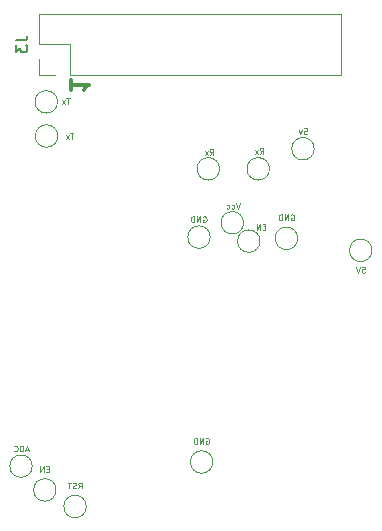
<source format=gbo>
G04 #@! TF.GenerationSoftware,KiCad,Pcbnew,(5.1.10)-1*
G04 #@! TF.CreationDate,2022-03-14T17:05:32+05:30*
G04 #@! TF.ProjectId,P-1000072_Cicada Wi-Fi,502d3130-3030-4303-9732-5f4369636164,0.1*
G04 #@! TF.SameCoordinates,PX7cee6c0PY3dfd240*
G04 #@! TF.FileFunction,Legend,Bot*
G04 #@! TF.FilePolarity,Positive*
%FSLAX46Y46*%
G04 Gerber Fmt 4.6, Leading zero omitted, Abs format (unit mm)*
G04 Created by KiCad (PCBNEW (5.1.10)-1) date 2022-03-14 17:05:32*
%MOMM*%
%LPD*%
G01*
G04 APERTURE LIST*
%ADD10C,0.300000*%
%ADD11C,0.120000*%
%ADD12C,0.125000*%
%ADD13C,0.150000*%
G04 APERTURE END LIST*
D10*
X-10000372Y-3015668D02*
X-10000372Y-3872811D01*
X-10000372Y-3444240D02*
X-8500372Y-3444240D01*
X-8714658Y-3587097D01*
X-8857515Y-3729954D01*
X-8928943Y-3872811D01*
D11*
X-11180000Y-4900000D02*
G75*
G03*
X-11180000Y-4900000I-950000J0D01*
G01*
X6770000Y-10570000D02*
G75*
G03*
X6770000Y-10570000I-950000J0D01*
G01*
X-11160000Y-7790000D02*
G75*
G03*
X-11160000Y-7790000I-950000J0D01*
G01*
X2540000Y-10570000D02*
G75*
G03*
X2540000Y-10570000I-950000J0D01*
G01*
X1747560Y-16347440D02*
G75*
G03*
X1747560Y-16347440I-950000J0D01*
G01*
X-13319720Y-35745420D02*
G75*
G03*
X-13319720Y-35745420I-950000J0D01*
G01*
X-11305500Y-37754560D02*
G75*
G03*
X-11305500Y-37754560I-950000J0D01*
G01*
X-8747720Y-39151560D02*
G75*
G03*
X-8747720Y-39151560I-950000J0D01*
G01*
X4572040Y-15138400D02*
G75*
G03*
X4572040Y-15138400I-950000J0D01*
G01*
X5958880Y-16687800D02*
G75*
G03*
X5958880Y-16687800I-950000J0D01*
G01*
X15440000Y-17470000D02*
G75*
G03*
X15440000Y-17470000I-950000J0D01*
G01*
X10550000Y-8870000D02*
G75*
G03*
X10550000Y-8870000I-950000J0D01*
G01*
X-12734600Y2574600D02*
X-12734600Y-25400D01*
X-12734600Y2574600D02*
X12785400Y2574600D01*
X12785400Y2574600D02*
X12785400Y-2625400D01*
X-10134600Y-2625400D02*
X12785400Y-2625400D01*
X-10134600Y-25400D02*
X-10134600Y-2625400D01*
X-12734600Y-25400D02*
X-10134600Y-25400D01*
X-12734600Y-2625400D02*
X-11404600Y-2625400D01*
X-12734600Y-1295400D02*
X-12734600Y-2625400D01*
X1970000Y-35390000D02*
G75*
G03*
X1970000Y-35390000I-950000J0D01*
G01*
X9154200Y-16454120D02*
G75*
G03*
X9154200Y-16454120I-950000J0D01*
G01*
D12*
X-10134762Y-4606190D02*
X-10420477Y-4606190D01*
X-10277620Y-5106190D02*
X-10277620Y-4606190D01*
X-10539524Y-5106190D02*
X-10801429Y-4772857D01*
X-10539524Y-4772857D02*
X-10801429Y-5106190D01*
X5967619Y-9286190D02*
X6134285Y-9048095D01*
X6253333Y-9286190D02*
X6253333Y-8786190D01*
X6062857Y-8786190D01*
X6015238Y-8810000D01*
X5991428Y-8833809D01*
X5967619Y-8881428D01*
X5967619Y-8952857D01*
X5991428Y-9000476D01*
X6015238Y-9024285D01*
X6062857Y-9048095D01*
X6253333Y-9048095D01*
X5800952Y-9286190D02*
X5539047Y-8952857D01*
X5800952Y-8952857D02*
X5539047Y-9286190D01*
X-9834762Y-7526190D02*
X-10120477Y-7526190D01*
X-9977620Y-8026190D02*
X-9977620Y-7526190D01*
X-10239524Y-8026190D02*
X-10501429Y-7692857D01*
X-10239524Y-7692857D02*
X-10501429Y-8026190D01*
X1697619Y-9386190D02*
X1864285Y-9148095D01*
X1983333Y-9386190D02*
X1983333Y-8886190D01*
X1792857Y-8886190D01*
X1745238Y-8910000D01*
X1721428Y-8933809D01*
X1697619Y-8981428D01*
X1697619Y-9052857D01*
X1721428Y-9100476D01*
X1745238Y-9124285D01*
X1792857Y-9148095D01*
X1983333Y-9148095D01*
X1530952Y-9386190D02*
X1269047Y-9052857D01*
X1530952Y-9052857D02*
X1269047Y-9386190D01*
X1150952Y-14620000D02*
X1198571Y-14596190D01*
X1270000Y-14596190D01*
X1341428Y-14620000D01*
X1389047Y-14667619D01*
X1412857Y-14715238D01*
X1436666Y-14810476D01*
X1436666Y-14881904D01*
X1412857Y-14977142D01*
X1389047Y-15024761D01*
X1341428Y-15072380D01*
X1270000Y-15096190D01*
X1222380Y-15096190D01*
X1150952Y-15072380D01*
X1127142Y-15048571D01*
X1127142Y-14881904D01*
X1222380Y-14881904D01*
X912857Y-15096190D02*
X912857Y-14596190D01*
X627142Y-15096190D01*
X627142Y-14596190D01*
X389047Y-15096190D02*
X389047Y-14596190D01*
X270000Y-14596190D01*
X198571Y-14620000D01*
X150952Y-14667619D01*
X127142Y-14715238D01*
X103333Y-14810476D01*
X103333Y-14881904D01*
X127142Y-14977142D01*
X150952Y-15024761D01*
X198571Y-15072380D01*
X270000Y-15096190D01*
X389047Y-15096190D01*
X-13630953Y-34353333D02*
X-13869048Y-34353333D01*
X-13583334Y-34496190D02*
X-13750000Y-33996190D01*
X-13916667Y-34496190D01*
X-14083334Y-34496190D02*
X-14083334Y-33996190D01*
X-14202381Y-33996190D01*
X-14273810Y-34020000D01*
X-14321429Y-34067619D01*
X-14345239Y-34115238D01*
X-14369048Y-34210476D01*
X-14369048Y-34281904D01*
X-14345239Y-34377142D01*
X-14321429Y-34424761D01*
X-14273810Y-34472380D01*
X-14202381Y-34496190D01*
X-14083334Y-34496190D01*
X-14869048Y-34448571D02*
X-14845239Y-34472380D01*
X-14773810Y-34496190D01*
X-14726191Y-34496190D01*
X-14654762Y-34472380D01*
X-14607143Y-34424761D01*
X-14583334Y-34377142D01*
X-14559524Y-34281904D01*
X-14559524Y-34210476D01*
X-14583334Y-34115238D01*
X-14607143Y-34067619D01*
X-14654762Y-34020000D01*
X-14726191Y-33996190D01*
X-14773810Y-33996190D01*
X-14845239Y-34020000D01*
X-14869048Y-34043809D01*
X-11886453Y-35968845D02*
X-12053120Y-35968845D01*
X-12124548Y-36230750D02*
X-11886453Y-36230750D01*
X-11886453Y-35730750D01*
X-12124548Y-35730750D01*
X-12338834Y-36230750D02*
X-12338834Y-35730750D01*
X-12624548Y-36230750D01*
X-12624548Y-35730750D01*
X-9423911Y-37627750D02*
X-9257244Y-37389655D01*
X-9138197Y-37627750D02*
X-9138197Y-37127750D01*
X-9328673Y-37127750D01*
X-9376292Y-37151560D01*
X-9400101Y-37175369D01*
X-9423911Y-37222988D01*
X-9423911Y-37294417D01*
X-9400101Y-37342036D01*
X-9376292Y-37365845D01*
X-9328673Y-37389655D01*
X-9138197Y-37389655D01*
X-9614387Y-37603940D02*
X-9685816Y-37627750D01*
X-9804863Y-37627750D01*
X-9852482Y-37603940D01*
X-9876292Y-37580131D01*
X-9900101Y-37532512D01*
X-9900101Y-37484893D01*
X-9876292Y-37437274D01*
X-9852482Y-37413464D01*
X-9804863Y-37389655D01*
X-9709625Y-37365845D01*
X-9662006Y-37342036D01*
X-9638197Y-37318226D01*
X-9614387Y-37270607D01*
X-9614387Y-37222988D01*
X-9638197Y-37175369D01*
X-9662006Y-37151560D01*
X-9709625Y-37127750D01*
X-9828673Y-37127750D01*
X-9900101Y-37151560D01*
X-10042959Y-37127750D02*
X-10328673Y-37127750D01*
X-10185816Y-37627750D02*
X-10185816Y-37127750D01*
X4275238Y-13446190D02*
X4108571Y-13946190D01*
X3941904Y-13446190D01*
X3560952Y-13922380D02*
X3608571Y-13946190D01*
X3703809Y-13946190D01*
X3751428Y-13922380D01*
X3775238Y-13898571D01*
X3799047Y-13850952D01*
X3799047Y-13708095D01*
X3775238Y-13660476D01*
X3751428Y-13636666D01*
X3703809Y-13612857D01*
X3608571Y-13612857D01*
X3560952Y-13636666D01*
X3132380Y-13922380D02*
X3180000Y-13946190D01*
X3275238Y-13946190D01*
X3322857Y-13922380D01*
X3346666Y-13898571D01*
X3370476Y-13850952D01*
X3370476Y-13708095D01*
X3346666Y-13660476D01*
X3322857Y-13636666D01*
X3275238Y-13612857D01*
X3180000Y-13612857D01*
X3132380Y-13636666D01*
X6429047Y-15444285D02*
X6262380Y-15444285D01*
X6190952Y-15706190D02*
X6429047Y-15706190D01*
X6429047Y-15206190D01*
X6190952Y-15206190D01*
X5976666Y-15706190D02*
X5976666Y-15206190D01*
X5690952Y-15706190D01*
X5690952Y-15206190D01*
X14585238Y-18846190D02*
X14823333Y-18846190D01*
X14847142Y-19084285D01*
X14823333Y-19060476D01*
X14775714Y-19036666D01*
X14656666Y-19036666D01*
X14609047Y-19060476D01*
X14585238Y-19084285D01*
X14561428Y-19131904D01*
X14561428Y-19250952D01*
X14585238Y-19298571D01*
X14609047Y-19322380D01*
X14656666Y-19346190D01*
X14775714Y-19346190D01*
X14823333Y-19322380D01*
X14847142Y-19298571D01*
X14418571Y-18846190D02*
X14251904Y-19346190D01*
X14085238Y-18846190D01*
X9671428Y-7146190D02*
X9909523Y-7146190D01*
X9933333Y-7384285D01*
X9909523Y-7360476D01*
X9861904Y-7336666D01*
X9742857Y-7336666D01*
X9695238Y-7360476D01*
X9671428Y-7384285D01*
X9647619Y-7431904D01*
X9647619Y-7550952D01*
X9671428Y-7598571D01*
X9695238Y-7622380D01*
X9742857Y-7646190D01*
X9861904Y-7646190D01*
X9909523Y-7622380D01*
X9933333Y-7598571D01*
X9480952Y-7312857D02*
X9361904Y-7646190D01*
X9242857Y-7312857D01*
D13*
X-14722220Y307934D02*
X-14007934Y307934D01*
X-13865077Y355553D01*
X-13769839Y450791D01*
X-13722220Y593648D01*
X-13722220Y688886D01*
X-14722220Y-73019D02*
X-14722220Y-692066D01*
X-14341267Y-358733D01*
X-14341267Y-501590D01*
X-14293648Y-596828D01*
X-14246029Y-644447D01*
X-14150791Y-692066D01*
X-13912696Y-692066D01*
X-13817458Y-644447D01*
X-13769839Y-596828D01*
X-13722220Y-501590D01*
X-13722220Y-215876D01*
X-13769839Y-120638D01*
X-13817458Y-73019D01*
D12*
X1400952Y-33390000D02*
X1448571Y-33366190D01*
X1520000Y-33366190D01*
X1591428Y-33390000D01*
X1639047Y-33437619D01*
X1662857Y-33485238D01*
X1686666Y-33580476D01*
X1686666Y-33651904D01*
X1662857Y-33747142D01*
X1639047Y-33794761D01*
X1591428Y-33842380D01*
X1520000Y-33866190D01*
X1472380Y-33866190D01*
X1400952Y-33842380D01*
X1377142Y-33818571D01*
X1377142Y-33651904D01*
X1472380Y-33651904D01*
X1162857Y-33866190D02*
X1162857Y-33366190D01*
X877142Y-33866190D01*
X877142Y-33366190D01*
X639047Y-33866190D02*
X639047Y-33366190D01*
X520000Y-33366190D01*
X448571Y-33390000D01*
X400952Y-33437619D01*
X377142Y-33485238D01*
X353333Y-33580476D01*
X353333Y-33651904D01*
X377142Y-33747142D01*
X400952Y-33794761D01*
X448571Y-33842380D01*
X520000Y-33866190D01*
X639047Y-33866190D01*
X8585152Y-14454120D02*
X8632771Y-14430310D01*
X8704200Y-14430310D01*
X8775628Y-14454120D01*
X8823247Y-14501739D01*
X8847057Y-14549358D01*
X8870866Y-14644596D01*
X8870866Y-14716024D01*
X8847057Y-14811262D01*
X8823247Y-14858881D01*
X8775628Y-14906500D01*
X8704200Y-14930310D01*
X8656580Y-14930310D01*
X8585152Y-14906500D01*
X8561342Y-14882691D01*
X8561342Y-14716024D01*
X8656580Y-14716024D01*
X8347057Y-14930310D02*
X8347057Y-14430310D01*
X8061342Y-14930310D01*
X8061342Y-14430310D01*
X7823247Y-14930310D02*
X7823247Y-14430310D01*
X7704200Y-14430310D01*
X7632771Y-14454120D01*
X7585152Y-14501739D01*
X7561342Y-14549358D01*
X7537533Y-14644596D01*
X7537533Y-14716024D01*
X7561342Y-14811262D01*
X7585152Y-14858881D01*
X7632771Y-14906500D01*
X7704200Y-14930310D01*
X7823247Y-14930310D01*
M02*

</source>
